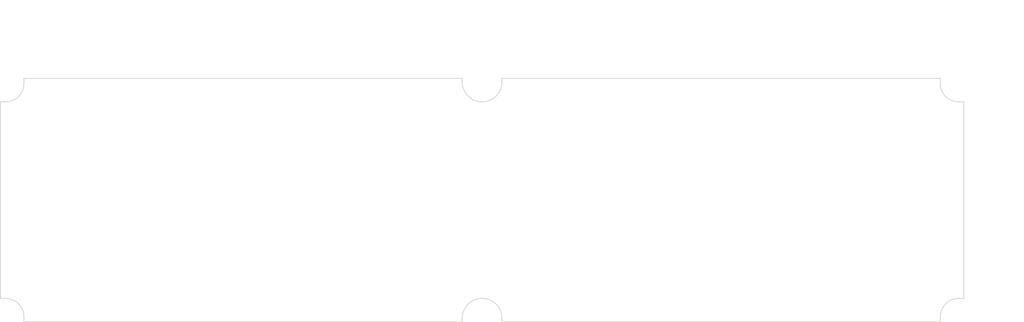
<source format=kicad_pcb>
(kicad_pcb (version 20171130) (host pcbnew "(5.1.0)-1")

  (general
    (thickness 1.6)
    (drawings 80)
    (tracks 0)
    (zones 0)
    (modules 0)
    (nets 1)
  )

  (page A3)
  (layers
    (0 F.Cu signal)
    (31 B.Cu signal)
    (32 B.Adhes user)
    (33 F.Adhes user)
    (34 B.Paste user)
    (35 F.Paste user)
    (36 B.SilkS user)
    (37 F.SilkS user)
    (38 B.Mask user)
    (39 F.Mask user)
    (40 Dwgs.User user)
    (41 Cmts.User user)
    (42 Eco1.User user)
    (43 Eco2.User user)
    (44 Edge.Cuts user)
    (45 Margin user)
    (46 B.CrtYd user)
    (47 F.CrtYd user)
    (48 B.Fab user)
    (49 F.Fab user)
  )

  (setup
    (last_trace_width 0.25)
    (trace_clearance 0.2)
    (zone_clearance 0.508)
    (zone_45_only no)
    (trace_min 0.2)
    (via_size 0.8)
    (via_drill 0.4)
    (via_min_size 0.4)
    (via_min_drill 0.3)
    (uvia_size 0.3)
    (uvia_drill 0.1)
    (uvias_allowed no)
    (uvia_min_size 0.2)
    (uvia_min_drill 0.1)
    (edge_width 0.2)
    (segment_width 0.2)
    (pcb_text_width 0.3)
    (pcb_text_size 1.5 1.5)
    (mod_edge_width 0.12)
    (mod_text_size 1 1)
    (mod_text_width 0.15)
    (pad_size 1.524 1.524)
    (pad_drill 0.762)
    (pad_to_mask_clearance 0.051)
    (solder_mask_min_width 0.25)
    (aux_axis_origin 0 0)
    (visible_elements FFFFFF7F)
    (pcbplotparams
      (layerselection 0x010fc_ffffffff)
      (usegerberextensions false)
      (usegerberattributes false)
      (usegerberadvancedattributes false)
      (creategerberjobfile false)
      (excludeedgelayer true)
      (linewidth 0.152400)
      (plotframeref false)
      (viasonmask false)
      (mode 1)
      (useauxorigin false)
      (hpglpennumber 1)
      (hpglpenspeed 20)
      (hpglpendiameter 15.000000)
      (psnegative false)
      (psa4output false)
      (plotreference true)
      (plotvalue true)
      (plotinvisibletext false)
      (padsonsilk false)
      (subtractmaskfromsilk false)
      (outputformat 1)
      (mirror false)
      (drillshape 1)
      (scaleselection 1)
      (outputdirectory ""))
  )

  (net 0 "")

  (net_class Default "This is the default net class."
    (clearance 0.2)
    (trace_width 0.25)
    (via_dia 0.8)
    (via_drill 0.4)
    (uvia_dia 0.3)
    (uvia_drill 0.1)
  )

  (gr_line (start 204.827854 111.434392) (end 204.827854 111.934273) (layer Edge.Cuts) (width 0.2) (tstamp 5E398AF5))
  (gr_line (start 205.327735 111.434392) (end 204.827854 111.434392) (layer Edge.Cuts) (width 0.2))
  (gr_line (start 194.662186 111.434392) (end 194.662186 111.934273) (layer Edge.Cuts) (width 0.2) (tstamp 5E398ABF))
  (gr_line (start 194.162305 111.434392) (end 194.662186 111.434392) (layer Edge.Cuts) (width 0.2))
  (gr_line (start 82.577854 111.434392) (end 82.577854 111.934273) (layer Edge.Cuts) (width 0.2) (tstamp 5E398A8E))
  (gr_line (start 83.077735 111.434392) (end 82.577854 111.434392) (layer Edge.Cuts) (width 0.2))
  (gr_line (start 76.577854 117.434392) (end 77.077735 117.434392) (layer Edge.Cuts) (width 0.2) (tstamp 5E398A74))
  (gr_line (start 76.577854 117.934273) (end 76.577854 117.434392) (layer Edge.Cuts) (width 0.2))
  (gr_line (start 76.577854 167.768723) (end 77.077735 167.768723) (layer Edge.Cuts) (width 0.2) (tstamp 5E398A4F))
  (gr_line (start 76.577854 167.268842) (end 76.577854 167.768723) (layer Edge.Cuts) (width 0.2))
  (gr_line (start 82.577854 173.768723) (end 83.077735 173.768723) (layer Edge.Cuts) (width 0.2) (tstamp 5E398A34))
  (gr_line (start 82.577854 173.268842) (end 82.577854 173.768723) (layer Edge.Cuts) (width 0.2))
  (gr_line (start 194.662186 173.768723) (end 194.162305 173.768723) (layer Edge.Cuts) (width 0.2) (tstamp 5E3989D7))
  (gr_line (start 194.662186 173.268842) (end 194.662186 173.768723) (layer Edge.Cuts) (width 0.2))
  (gr_line (start 204.827854 173.768723) (end 205.327735 173.768723) (layer Edge.Cuts) (width 0.2) (tstamp 5E3989AA))
  (gr_line (start 204.827854 173.268842) (end 204.827854 173.768723) (layer Edge.Cuts) (width 0.2))
  (gr_line (start 316.912186 173.768723) (end 316.412305 173.768723) (layer Edge.Cuts) (width 0.2) (tstamp 5E39898A))
  (gr_line (start 316.912186 173.268842) (end 316.912186 173.768723) (layer Edge.Cuts) (width 0.2))
  (gr_line (start 322.912186 167.768723) (end 322.412305 167.768723) (layer Edge.Cuts) (width 0.2) (tstamp 5E39896B))
  (gr_line (start 322.912186 167.268842) (end 322.912186 167.768723) (layer Edge.Cuts) (width 0.2))
  (gr_line (start 316.912186 111.434392) (end 316.912186 111.934273) (layer Edge.Cuts) (width 0.2) (tstamp 5E39893B))
  (gr_line (start 316.412305 111.434392) (end 316.912186 111.434392) (layer Edge.Cuts) (width 0.2))
  (gr_line (start 322.912186 117.434392) (end 322.412305 117.434392) (layer Edge.Cuts) (width 0.2) (tstamp 5E3988FE))
  (gr_line (start 322.912186 117.934273) (end 322.912186 117.434392) (layer Edge.Cuts) (width 0.2))
  (gr_line (start 76.577854 117.934273) (end 76.577854 167.268842) (layer Edge.Cuts) (width 0.2))
  (gr_line (start 77.077735 167.768723) (end 77.89502 167.768723) (layer Edge.Cuts) (width 0.2))
  (gr_arc (start 77.89502 172.451557) (end 82.577854 172.451557) (angle -90) (layer Edge.Cuts) (width 0.2))
  (gr_line (start 82.577854 172.451557) (end 82.577854 173.268842) (layer Edge.Cuts) (width 0.2))
  (gr_line (start 83.077735 173.768723) (end 194.162305 173.768723) (layer Edge.Cuts) (width 0.2))
  (gr_line (start 194.662186 173.268842) (end 194.662186 172.851557) (layer Edge.Cuts) (width 0.2))
  (gr_arc (start 199.74502 172.851557) (end 204.827854 172.851557) (angle -180) (layer Edge.Cuts) (width 0.2))
  (gr_line (start 204.827854 172.851557) (end 204.827854 173.268842) (layer Edge.Cuts) (width 0.2))
  (gr_line (start 205.327735 173.768723) (end 316.412305 173.768723) (layer Edge.Cuts) (width 0.2))
  (gr_line (start 316.912186 173.268842) (end 316.912186 172.451557) (layer Edge.Cuts) (width 0.2))
  (gr_arc (start 321.59502 172.451557) (end 321.59502 167.768723) (angle -90) (layer Edge.Cuts) (width 0.2))
  (gr_line (start 321.59502 167.768723) (end 322.412305 167.768723) (layer Edge.Cuts) (width 0.2))
  (gr_line (start 322.912186 167.268842) (end 322.912186 117.934273) (layer Edge.Cuts) (width 0.2))
  (gr_line (start 322.412305 117.434392) (end 321.59502 117.434392) (layer Edge.Cuts) (width 0.2))
  (gr_arc (start 321.59502 112.751557) (end 316.912186 112.751557) (angle -90) (layer Edge.Cuts) (width 0.2))
  (gr_line (start 316.912186 112.751557) (end 316.912186 111.934273) (layer Edge.Cuts) (width 0.2))
  (gr_line (start 316.412305 111.434392) (end 205.327735 111.434392) (layer Edge.Cuts) (width 0.2))
  (gr_line (start 204.827854 111.934273) (end 204.827854 112.351557) (layer Edge.Cuts) (width 0.2))
  (gr_arc (start 199.74502 112.351557) (end 194.662186 112.351557) (angle -180) (layer Edge.Cuts) (width 0.2))
  (gr_line (start 194.662186 112.351557) (end 194.662186 111.934273) (layer Edge.Cuts) (width 0.2))
  (gr_line (start 194.162305 111.434392) (end 83.077735 111.434392) (layer Edge.Cuts) (width 0.2))
  (gr_line (start 82.577854 111.934273) (end 82.577854 112.751557) (layer Edge.Cuts) (width 0.2))
  (gr_arc (start 77.89502 112.751557) (end 77.89502 117.434392) (angle -90) (layer Edge.Cuts) (width 0.2))
  (gr_line (start 77.89502 117.434392) (end 77.077735 117.434392) (layer Edge.Cuts) (width 0.2))
  (gr_text [R0.20] (at 211.682034 122.635273) (layer Dwgs.User)
    (effects (font (size 1.7 1.53) (thickness 0.2125)))
  )
  (gr_text " R5.08" (at 211.682034 119.077838) (layer Dwgs.User)
    (effects (font (size 1.7 1.53) (thickness 0.2125)))
  )
  (gr_line (start 205.211263 120.745812) (end 203.61004 118.286889) (layer Dwgs.User) (width 0.2))
  (gr_line (start 207.211263 120.745812) (end 205.211263 120.745812) (layer Dwgs.User) (width 0.2))
  (gr_text [2.45] (at 334.28365 144.491019) (layer Dwgs.User)
    (effects (font (size 1.7 1.53) (thickness 0.2125)))
  )
  (gr_text " 62.33" (at 334.28365 140.933004) (layer Dwgs.User)
    (effects (font (size 1.7 1.53) (thickness 0.2125)))
  )
  (gr_line (start 334.28365 171.768723) (end 334.28365 146.159573) (layer Dwgs.User) (width 0.2))
  (gr_line (start 334.28365 113.434392) (end 334.28365 139.043542) (layer Dwgs.User) (width 0.2))
  (gr_line (start 317.412305 173.768723) (end 337.45865 173.768723) (layer Dwgs.User) (width 0.2))
  (gr_line (start 317.412305 111.434392) (end 337.45865 111.434392) (layer Dwgs.User) (width 0.2))
  (gr_text [R0.18] (at 308.909975 168.276829) (layer Dwgs.User)
    (effects (font (size 1.7 1.53) (thickness 0.2125)))
  )
  (gr_text " R4.68" (at 308.909975 164.719393) (layer Dwgs.User)
    (effects (font (size 1.7 1.53) (thickness 0.2125)))
  )
  (gr_line (start 315.380746 166.387367) (end 316.812139 167.78419) (layer Dwgs.User) (width 0.2))
  (gr_line (start 313.380746 166.387367) (end 315.380746 166.387367) (layer Dwgs.User) (width 0.2))
  (gr_text [1.98] (at 327.384155 139.951552) (layer Dwgs.User)
    (effects (font (size 1.7 1.53) (thickness 0.2125)))
  )
  (gr_text " 50.33" (at 327.384155 136.393537) (layer Dwgs.User)
    (effects (font (size 1.7 1.53) (thickness 0.2125)))
  )
  (gr_line (start 327.384155 165.768723) (end 327.384155 141.620106) (layer Dwgs.User) (width 0.2))
  (gr_line (start 327.384155 119.434392) (end 327.384155 134.504075) (layer Dwgs.User) (width 0.2))
  (gr_line (start 323.412305 167.768723) (end 330.559155 167.768723) (layer Dwgs.User) (width 0.2))
  (gr_line (start 322.59502 117.434392) (end 330.559155 117.434392) (layer Dwgs.User) (width 0.2))
  (gr_text [4.41] (at 309.681546 108.798347) (layer Dwgs.User)
    (effects (font (size 1.7 1.53) (thickness 0.2125)))
  )
  (gr_text " 112.08" (at 309.681546 105.240912) (layer Dwgs.User)
    (effects (font (size 1.7 1.53) (thickness 0.2125)))
  )
  (gr_line (start 206.827854 106.908886) (end 304.971893 106.908886) (layer Dwgs.User) (width 0.2))
  (gr_line (start 314.912186 106.908886) (end 314.391198 106.908886) (layer Dwgs.User) (width 0.2))
  (gr_line (start 204.827854 111.351557) (end 204.827854 103.733886) (layer Dwgs.User) (width 0.2))
  (gr_line (start 316.912186 111.751557) (end 316.912186 103.733886) (layer Dwgs.User) (width 0.2))
  (gr_text [9.70] (at 211.316211 96.515083) (layer Dwgs.User)
    (effects (font (size 1.7 1.53) (thickness 0.2125)))
  )
  (gr_text " 246.33" (at 211.316211 92.957068) (layer Dwgs.User)
    (effects (font (size 1.7 1.53) (thickness 0.2125)))
  )
  (gr_line (start 78.577854 94.625622) (end 206.608298 94.625622) (layer Dwgs.User) (width 0.2))
  (gr_line (start 320.912186 94.625622) (end 216.024124 94.625622) (layer Dwgs.User) (width 0.2))
  (gr_line (start 76.577854 116.934273) (end 76.577854 91.450622) (layer Dwgs.User) (width 0.2))
  (gr_line (start 322.912186 116.934273) (end 322.912186 91.450622) (layer Dwgs.User) (width 0.2))

)

</source>
